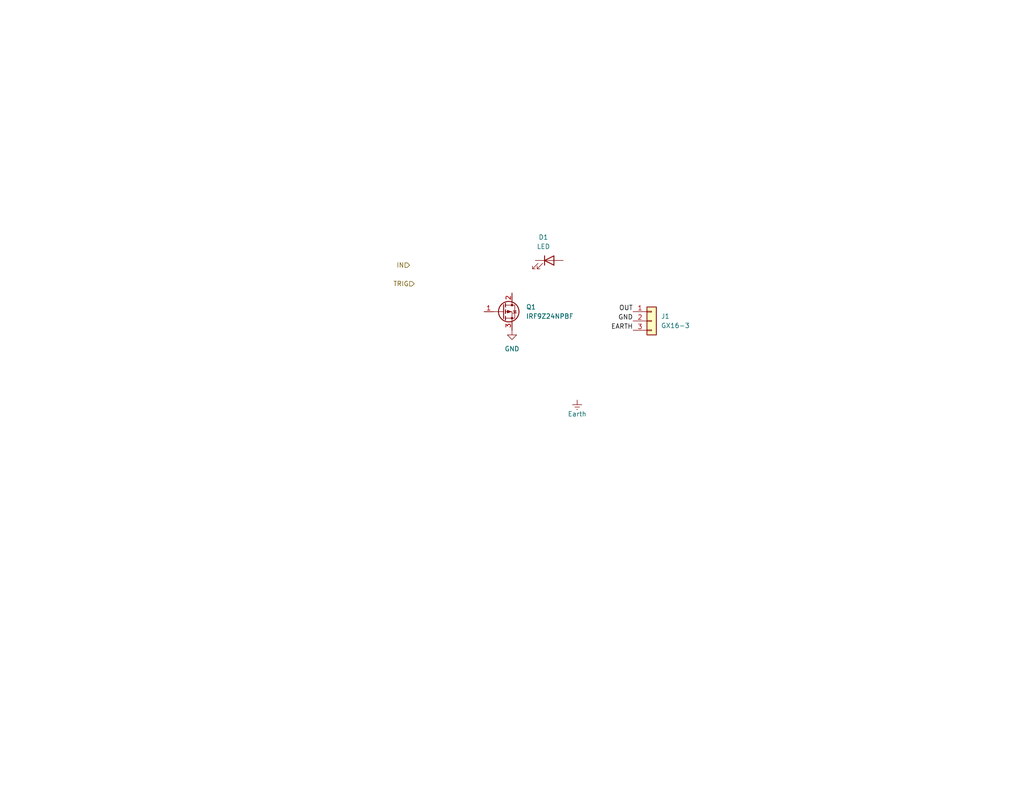
<source format=kicad_sch>
(kicad_sch (version 20211123) (generator eeschema)
  (paper "USLetter")
  (title_block (title "DOM - Fet Output Channel") (date "2022-07-14") (rev "1.0") (company "Missouri S&T Rocket Design Team") (comment 1 "Seth Sievers"))
  (lib_symbols
    (symbol "Connector_Generic:Conn_01x03" (pin_names (offset 1.016) hide)
      (property "Reference" "J" (at 0 5.08 0))
      (property "Value" "Conn_01x03" (at 0 -5.08 0))
      (symbol "Conn_01x03_1_1"
        (rectangle (start -1.27 -2.413) (end 0 -2.667) (stroke (width 0.1524)))
        (rectangle (start -1.27 0.127) (end 0 -0.127) (stroke (width 0.1524)))
        (rectangle (start -1.27 2.667) (end 0 2.413) (stroke (width 0.1524)))
        (rectangle (start -1.27 3.81) (end 1.27 -3.81) (stroke (width 0.254)) (fill (type background)))
        (pin passive line (at -5.08 2.54 0) (length 3.81) (name "Pin_1") (number "1"))
        (pin passive line (at -5.08 0 0) (length 3.81) (name "Pin_2") (number "2"))
        (pin passive line (at -5.08 -2.54 0) (length 3.81) (name "Pin_3") (number "3"))
      )
    )
    (symbol "Device:LED" (pin_numbers hide) (pin_names (offset 1.016) hide)
      (property "Reference" "D" (at 0 2.54 0))
      (property "Value" "LED" (at 0 -2.54 0))
      (symbol "LED_0_1"
        (polyline (pts (xy -1.27 -1.27) (xy -1.27 1.27)) (stroke (width 0.254)))
        (polyline (pts (xy -1.27 0) (xy 1.27 0)))
        (polyline (pts (xy 1.27 -1.27) (xy 1.27 1.27) (xy -1.27 0) (xy 1.27 -1.27)) (stroke (width 0.254)))
        (polyline (pts (xy -3.048 -0.762) (xy -4.572 -2.286) (xy -3.81 -2.286) (xy -4.572 -2.286) (xy -4.572 -1.524)))
        (polyline (pts (xy -1.778 -0.762) (xy -3.302 -2.286) (xy -2.54 -2.286) (xy -3.302 -2.286) (xy -3.302 -1.524)))
      )
      (symbol "LED_1_1"
        (pin passive line (at -3.81 0 0) (length 2.54) (name "K") (number "1"))
        (pin passive line (at 3.81 0 180) (length 2.54) (name "A") (number "2"))
      )
    )
    (symbol "Transistor_FET:IRF9540N" (pin_names hide)
      (property "Reference" "Q" (at 5.08 1.905 0))
      (property "Value" "IRF9540N" (at 5.08 0 0))
      (symbol "IRF9540N_0_1"
        (polyline (pts (xy 0.254 0) (xy -2.54 0)))
        (polyline (pts (xy 0.254 1.905) (xy 0.254 -1.905)) (stroke (width 0.254)))
        (polyline (pts (xy 0.762 -1.27) (xy 0.762 -2.286)) (stroke (width 0.254)))
        (polyline (pts (xy 0.762 0.508) (xy 0.762 -0.508)) (stroke (width 0.254)))
        (polyline (pts (xy 0.762 2.286) (xy 0.762 1.27)) (stroke (width 0.254)))
        (polyline (pts (xy 2.54 2.54) (xy 2.54 1.778)))
        (polyline (pts (xy 2.54 -2.54) (xy 2.54 0) (xy 0.762 0)))
        (polyline (pts (xy 0.762 1.778) (xy 3.302 1.778) (xy 3.302 -1.778) (xy 0.762 -1.778)))
        (polyline (pts (xy 2.286 0) (xy 1.27 0.381) (xy 1.27 -0.381) (xy 2.286 0)) (fill (type outline)))
        (polyline (pts (xy 2.794 -0.508) (xy 2.921 -0.381) (xy 3.683 -0.381) (xy 3.81 -0.254)))
        (polyline (pts (xy 3.302 -0.381) (xy 2.921 0.254) (xy 3.683 0.254) (xy 3.302 -0.381)))
        (circle (center 1.651 0) (radius 2.794) (stroke (width 0.254)))
        (circle (center 2.54 -1.778) (radius 0.254) (fill (type outline)))
        (circle (center 2.54 1.778) (radius 0.254) (fill (type outline)))
      )
      (symbol "IRF9540N_1_1"
        (pin input line (at -5.08 0 0) (length 2.54) (name "G") (number "1"))
        (pin passive line (at 2.54 5.08 270) (length 2.54) (name "D") (number "2"))
        (pin passive line (at 2.54 -5.08 90) (length 2.54) (name "S") (number "3"))
      )
    )
    (symbol "power:Earth" (power) (pin_names (offset 0))
      (symbol "Earth_0_1"
        (polyline (pts (xy -0.635 -1.905) (xy 0.635 -1.905)))
        (polyline (pts (xy -0.127 -2.54) (xy 0.127 -2.54)))
        (polyline (pts (xy 0 -1.27) (xy 0 0)))
        (polyline (pts (xy 1.27 -1.27) (xy -1.27 -1.27)))
      )
      (symbol "Earth_1_1"
        (pin power_in line (at 0 0 270) (length 0) hide (name "Earth") (number "1"))
      )
    )
    (symbol "power:GND" (power) (pin_names (offset 0))
      (property "Value" "GND" (at 0 -3.81 0))
      (symbol "GND_0_1"
        (polyline (pts (xy 0 0) (xy 0 -1.27) (xy 1.27 -1.27) (xy 0 -2.54) (xy -1.27 -1.27) (xy 0 -1.27)))
      )
      (symbol "GND_1_1"
        (pin power_in line (at 0 0 270) (length 0) hide (name "GND") (number "1"))
      )
    )
  )
  (label "GND" (at 172.72 87.63 180))
  (label "OUT" (at 172.72 85.09 180))
  (label "EARTH" (at 172.72 90.17 180))
  (hierarchical_label "IN" (shape input) (at 111.76 72.39 180))
  (hierarchical_label "TRIG" (shape input) (at 113.03 77.47 180))
  (symbol (lib_id "Device:LED") (at 149.86 71.12 0) (unit 1)
    (property "Reference" "D1" (at 148.2725 64.77 0))
    (property "Value" "LED" (at 148.2725 67.31 0))
    (property "Footprint" "LED_THT:LED_D5.0mm" (effects hide))
  )
  (symbol (lib_id "Transistor_FET:IRF9540N") (at 137.16 85.09 0) (unit 1)
    (property "Reference" "Q1" (at 143.51 83.8199 0) (effects (justify left)))
    (property "Value" "IRF9Z24NPBF" (at 143.51 86.3599 0) (effects (justify left)))
    (property "Footprint" "DOM:TO-220F-3_Horizontal_TabDown_SMD_PAD" (effects hide))
    (property "Datasheet" "https://www.infineon.com/dgdl/irf9z24npbf.pdf?fileId=5546d462533600a40153561218961ddb" (effects hide))
    (property "Seller" "https://www.digikey.com/en/products/detail/infineon-technologies/IRF9Z24NPBF/811747" (effects hide))
  )
  (symbol (lib_id "power:Earth") (at 157.48 109.22 0) (unit 1)
    (property "Reference" "#PWR0101" (effects hide))
    (property "Value" "Earth" (at 157.48 113.03 0))
  )
  (symbol (lib_id "power:GND") (at 139.7 90.17 0) (unit 1)
    (property "Reference" "#PWR0102" (effects hide))
    (property "Value" "GND" (at 139.7 95.25 0))
  )
  (symbol (lib_id "Connector_Generic:Conn_01x03") (at 177.8 87.63 0) (unit 1)
    (property "Reference" "J1" (at 180.34 86.3599 0) (effects (justify left)))
    (property "Value" "GX16-3" (at 180.34 88.8999 0) (effects (justify left)))
    (property "Seller" "https://www.amazon.com/DIYhz-Circular-Aviation-Connector-Waterproof/dp/B089YVDYDY/ref=sr_1_2_sspa?dchild=1&keywords=3%2Bpin%2Bpanel%2Bmount%2Baviation%2Bconnector&qid=1629499361&sr=8-2-spons&spLa=ZW5jcnlwdGVkUXVhbGlmaWVyPUEzN0oxVFdTTzdPUUxFJmVuY3J5cHRlZElkPUEwMzc3MzU4TDJTSUg2SDZKWE9HJmVuY3J5cHRlZEFkSWQ9QTA1OTE1MjJLN1NLQ0o0M1k4Mkkmd2lkZ2V0TmFtZT1zcF9hdGYmYWN0aW9uPWNsaWNrUmVkaXJlY3QmZG9Ob3RMb2dDbGljaz10cnVl&th=1" (effects hide))
  )
)
</source>
